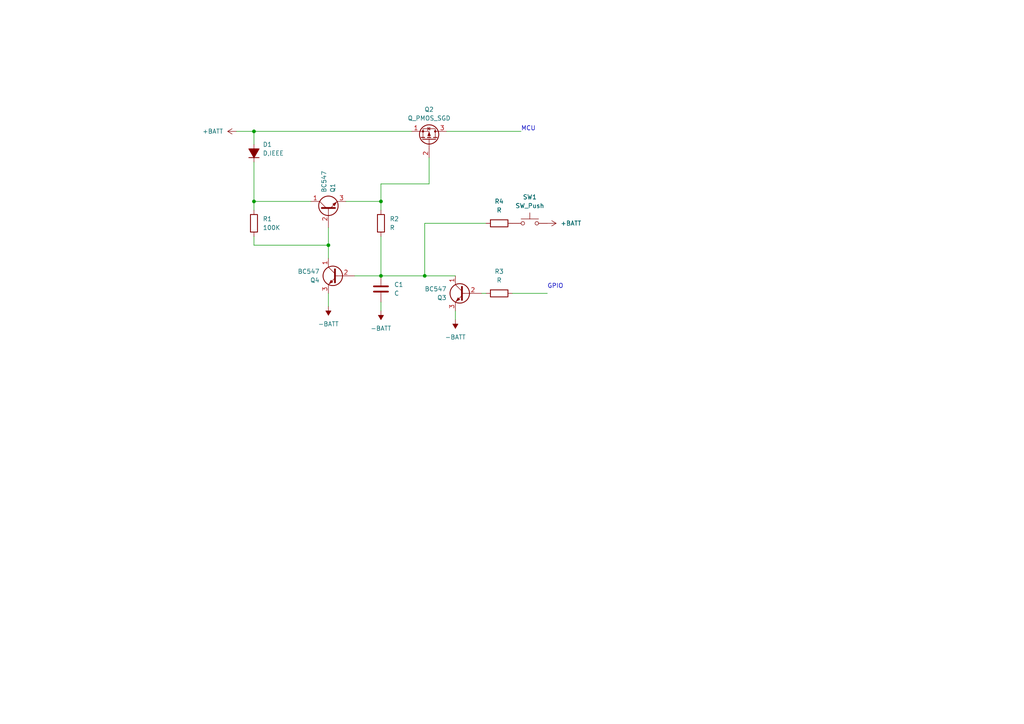
<source format=kicad_sch>
(kicad_sch (version 20230121) (generator eeschema)
  (paper "A4")
  (lib_symbols
    (symbol "Device:C" (pin_numbers hide) (pin_names (offset 0.254))
      (property "Reference" "C" (at 0.635 2.54 0))
      (property "Value" "C" (at 0.635 -2.54 0))
      (symbol "C_0_1"
        (polyline (pts (xy -2.032 -0.762) (xy 2.032 -0.762)) (stroke (width 0.508)))
        (polyline (pts (xy -2.032 0.762) (xy 2.032 0.762)) (stroke (width 0.508)))
      )
      (symbol "C_1_1"
        (pin passive line (at 0 3.81 270) (length 2.794) (name "~") (number "1"))
        (pin passive line (at 0 -3.81 90) (length 2.794) (name "~") (number "2"))
      )
    )
    (symbol "Device:Q_PMOS_SGD" (pin_names (offset 0) hide)
      (property "Reference" "Q" (at 5.08 1.27 0))
      (property "Value" "Q_PMOS_SGD" (at 5.08 -1.27 0))
      (symbol "Q_PMOS_SGD_0_1"
        (polyline (pts (xy 0.254 0) (xy -2.54 0)))
        (polyline (pts (xy 0.254 1.905) (xy 0.254 -1.905)) (stroke (width 0.254)))
        (polyline (pts (xy 0.762 -1.27) (xy 0.762 -2.286)) (stroke (width 0.254)))
        (polyline (pts (xy 0.762 0.508) (xy 0.762 -0.508)) (stroke (width 0.254)))
        (polyline (pts (xy 0.762 2.286) (xy 0.762 1.27)) (stroke (width 0.254)))
        (polyline (pts (xy 2.54 2.54) (xy 2.54 1.778)))
        (polyline (pts (xy 2.54 -2.54) (xy 2.54 0) (xy 0.762 0)))
        (polyline (pts (xy 0.762 1.778) (xy 3.302 1.778) (xy 3.302 -1.778) (xy 0.762 -1.778)))
        (polyline (pts (xy 2.286 0) (xy 1.27 0.381) (xy 1.27 -0.381) (xy 2.286 0)) (fill (type outline)))
        (polyline (pts (xy 2.794 -0.508) (xy 2.921 -0.381) (xy 3.683 -0.381) (xy 3.81 -0.254)))
        (polyline (pts (xy 3.302 -0.381) (xy 2.921 0.254) (xy 3.683 0.254) (xy 3.302 -0.381)))
        (circle (center 1.651 0) (radius 2.794) (stroke (width 0.254)))
        (circle (center 2.54 -1.778) (radius 0.254) (fill (type outline)))
        (circle (center 2.54 1.778) (radius 0.254) (fill (type outline)))
      )
      (symbol "Q_PMOS_SGD_1_1"
        (pin passive line (at 2.54 -5.08 90) (length 2.54) (name "S") (number "1"))
        (pin input line (at -5.08 0 0) (length 2.54) (name "G") (number "2"))
        (pin passive line (at 2.54 5.08 270) (length 2.54) (name "D") (number "3"))
      )
    )
    (symbol "Device:R" (pin_numbers hide) (pin_names (offset 0))
      (property "Reference" "R" (at 2.032 0 90))
      (property "Value" "R" (at 0 0 90))
      (symbol "R_0_1"
        (rectangle (start -1.016 -2.54) (end 1.016 2.54) (stroke (width 0.254)))
      )
      (symbol "R_1_1"
        (pin passive line (at 0 3.81 270) (length 1.27) (name "~") (number "1"))
        (pin passive line (at 0 -3.81 90) (length 1.27) (name "~") (number "2"))
      )
    )
    (symbol "PCM_Generic-50:D,IEEE" (pin_numbers hide) (pin_names (offset 0) hide)
      (property "Reference" "D" (at 1.905 1.27 0))
      (property "Value" "${SIM.PARAMS}" (at 1.905 -1.27 0))
      (property "Sim.Params" "D,IEEE" (at 1.905 -1.27 0))
      (symbol "D,IEEE_1_1"
        (polyline (pts (xy -1.4732 -1.27) (xy 1.4732 -1.27)) (stroke (width 0.254)))
        (polyline (pts (xy 0 -1.27) (xy 1.4732 1.27) (xy -1.4732 1.27) (xy 0 -1.27)) (stroke (width 0.254)) (fill (type outline)))
        (pin passive line (at 0 -2.54 90) (length 1.27) (name "K-") (number "1"))
        (pin passive line (at 0 2.54 270) (length 1.27) (name "A+") (number "2"))
      )
    )
    (symbol "Switch:SW_Push" (pin_numbers hide) (pin_names (offset 1.016) hide)
      (property "Reference" "SW" (at 1.27 2.54 0))
      (property "Value" "SW_Push" (at 0 -1.524 0))
      (symbol "SW_Push_0_1"
        (circle (center -2.032 0) (radius 0.508))
        (polyline (pts (xy 0 1.27) (xy 0 3.048)))
        (polyline (pts (xy 2.54 1.27) (xy -2.54 1.27)))
        (circle (center 2.032 0) (radius 0.508))
        (pin passive line (at -5.08 0 0) (length 2.54) (name "1") (number "1"))
        (pin passive line (at 5.08 0 180) (length 2.54) (name "2") (number "2"))
      )
    )
    (symbol "Transistor_BJT:BC547" (pin_names (offset 0) hide)
      (property "Reference" "Q" (at 5.08 1.905 0))
      (property "Value" "BC547" (at 5.08 0 0))
      (symbol "BC547_0_1"
        (polyline (pts (xy 0 0) (xy 0.635 0)))
        (polyline (pts (xy 0.635 0.635) (xy 2.54 2.54)))
        (polyline (pts (xy 0.635 -0.635) (xy 2.54 -2.54) (xy 2.54 -2.54)))
        (polyline (pts (xy 0.635 1.905) (xy 0.635 -1.905) (xy 0.635 -1.905)) (stroke (width 0.508)))
        (polyline (pts (xy 1.27 -1.778) (xy 1.778 -1.27) (xy 2.286 -2.286) (xy 1.27 -1.778) (xy 1.27 -1.778)) (fill (type outline)))
        (circle (center 1.27 0) (radius 2.8194) (stroke (width 0.254)))
      )
      (symbol "BC547_1_1"
        (pin passive line (at 2.54 5.08 270) (length 2.54) (name "C") (number "1"))
        (pin input line (at -5.08 0 0) (length 5.08) (name "B") (number "2"))
        (pin passive line (at 2.54 -5.08 90) (length 2.54) (name "E") (number "3"))
      )
    )
    (symbol "power:+BATT" (power) (pin_names (offset 0))
      (property "Value" "+BATT" (at 0 3.556 0))
      (symbol "+BATT_0_1"
        (polyline (pts (xy -0.762 1.27) (xy 0 2.54)))
        (polyline (pts (xy 0 0) (xy 0 2.54)))
        (polyline (pts (xy 0 2.54) (xy 0.762 1.27)))
      )
      (symbol "+BATT_1_1"
        (pin power_in line (at 0 0 90) (length 0) hide (name "+BATT") (number "1"))
      )
    )
    (symbol "power:-BATT" (power) (pin_names (offset 0))
      (property "Value" "-BATT" (at 0 3.556 0))
      (symbol "-BATT_0_1"
        (polyline (pts (xy 0 0) (xy 0 2.54)))
        (polyline (pts (xy 0.762 1.27) (xy -0.762 1.27) (xy 0 2.54) (xy 0.762 1.27)) (fill (type outline)))
      )
      (symbol "-BATT_1_1"
        (pin power_in line (at 0 0 90) (length 0) hide (name "-BATT") (number "1"))
      )
    )
  )
  (junction (at 110.49 58.42))
  (junction (at 73.66 58.42))
  (junction (at 73.66 38.1))
  (junction (at 123.19 80.01))
  (junction (at 110.49 80.01))
  (junction (at 95.25 71.12))
  (wire (pts (xy 110.49 53.34) (xy 124.46 53.34)))
  (wire (pts (xy 139.7 85.09) (xy 140.97 85.09)))
  (wire (pts (xy 123.19 80.01) (xy 132.08 80.01)))
  (wire (pts (xy 110.49 58.42) (xy 110.49 60.96)))
  (wire (pts (xy 73.66 58.42) (xy 73.66 60.96)))
  (wire (pts (xy 110.49 87.63) (xy 110.49 90.17)))
  (wire (pts (xy 102.87 80.01) (xy 110.49 80.01)))
  (wire (pts (xy 73.66 46.99) (xy 73.66 58.42)))
  (wire (pts (xy 100.33 58.42) (xy 110.49 58.42)))
  (wire (pts (xy 73.66 38.1) (xy 73.66 41.91)))
  (wire (pts (xy 123.19 64.77) (xy 123.19 80.01)))
  (wire (pts (xy 95.25 71.12) (xy 95.25 66.04)))
  (wire (pts (xy 110.49 80.01) (xy 123.19 80.01)))
  (wire (pts (xy 140.97 64.77) (xy 123.19 64.77)))
  (wire (pts (xy 68.58 38.1) (xy 73.66 38.1)))
  (wire (pts (xy 129.54 38.1) (xy 151.13 38.1)))
  (wire (pts (xy 73.66 71.12) (xy 95.25 71.12)))
  (wire (pts (xy 73.66 68.58) (xy 73.66 71.12)))
  (wire (pts (xy 124.46 45.72) (xy 124.46 53.34)))
  (wire (pts (xy 110.49 68.58) (xy 110.49 80.01)))
  (wire (pts (xy 148.59 85.09) (xy 158.75 85.09)))
  (wire (pts (xy 95.25 71.12) (xy 95.25 74.93)))
  (wire (pts (xy 110.49 53.34) (xy 110.49 58.42)))
  (wire (pts (xy 132.08 90.17) (xy 132.08 92.71)))
  (wire (pts (xy 73.66 58.42) (xy 90.17 58.42)))
  (wire (pts (xy 73.66 38.1) (xy 119.38 38.1)))
  (wire (pts (xy 95.25 85.09) (xy 95.25 88.9)))
  (text "MCU\n" (at 151.13 38.1 0) (effects (font (size 1.27 1.27)) (justify left bottom)))
  (text "GPIO" (at 158.75 83.82 0) (effects (font (size 1.27 1.27)) (justify left bottom)))
  (symbol (lib_id "Device:Q_PMOS_SGD") (at 124.46 40.64 270) (mirror x) (unit 1)
    (property "Reference" "Q2" (at 124.46 31.75 90))
    (property "Value" "Q_PMOS_SGD" (at 124.46 34.29 90))
  )
  (symbol (lib_id "Device:R") (at 73.66 64.77 0) (unit 1)
    (property "Reference" "R1" (at 76.2 63.5 0) (effects (justify left)))
    (property "Value" "100K" (at 76.2 66.04 0) (effects (justify left)))
  )
  (symbol (lib_id "Device:R") (at 144.78 85.09 90) (unit 1)
    (property "Reference" "R3" (at 144.78 78.74 90))
    (property "Value" "R" (at 144.78 81.28 90))
  )
  (symbol (lib_id "power:+BATT") (at 158.75 64.77 270) (unit 1)
    (property "Reference" "#PWR05" (effects hide))
    (property "Value" "+BATT" (at 162.56 64.77 90) (effects (justify left)))
  )
  (symbol (lib_id "Transistor_BJT:BC547") (at 95.25 60.96 90) (unit 1)
    (property "Reference" "Q1" (at 96.52 55.88 0) (effects (justify left)))
    (property "Value" "BC547" (at 93.98 55.88 0) (effects (justify left)))
    (property "Footprint" "Package_TO_SOT_THT:TO-92_Inline" (effects hide))
    (property "Datasheet" "https://www.onsemi.com/pub/Collateral/BC550-D.pdf" (effects hide))
  )
  (symbol (lib_id "Device:R") (at 110.49 64.77 0) (unit 1)
    (property "Reference" "R2" (at 113.03 63.5 0) (effects (justify left)))
    (property "Value" "R" (at 113.03 66.04 0) (effects (justify left)))
  )
  (symbol (lib_id "Switch:SW_Push") (at 153.67 64.77 0) (unit 1)
    (property "Reference" "SW1" (at 153.67 57.15 0))
    (property "Value" "SW_Push" (at 153.67 59.69 0))
  )
  (symbol (lib_id "power:-BATT") (at 95.25 88.9 180) (unit 1)
    (property "Reference" "#PWR06" (effects hide))
    (property "Value" "-BATT" (at 95.25 93.98 0))
  )
  (symbol (lib_id "Device:C") (at 110.49 83.82 0) (unit 1)
    (property "Reference" "C1" (at 114.3 82.55 0) (effects (justify left)))
    (property "Value" "C" (at 114.3 85.09 0) (effects (justify left)))
  )
  (symbol (lib_id "Transistor_BJT:BC547") (at 134.62 85.09 0) (mirror y) (unit 1)
    (property "Reference" "Q3" (at 129.54 86.36 0) (effects (justify left)))
    (property "Value" "BC547" (at 129.54 83.82 0) (effects (justify left)))
    (property "Footprint" "Package_TO_SOT_THT:TO-92_Inline" (effects hide))
    (property "Datasheet" "https://www.onsemi.com/pub/Collateral/BC550-D.pdf" (effects hide))
  )
  (symbol (lib_id "Transistor_BJT:BC547") (at 97.79 80.01 0) (mirror y) (unit 1)
    (property "Reference" "Q4" (at 92.71 81.28 0) (effects (justify left)))
    (property "Value" "BC547" (at 92.71 78.74 0) (effects (justify left)))
    (property "Footprint" "Package_TO_SOT_THT:TO-92_Inline" (effects hide))
    (property "Datasheet" "https://www.onsemi.com/pub/Collateral/BC550-D.pdf" (effects hide))
  )
  (symbol (lib_id "Device:R") (at 144.78 64.77 90) (unit 1)
    (property "Reference" "R4" (at 144.78 58.42 90))
    (property "Value" "R" (at 144.78 60.96 90))
  )
  (symbol (lib_id "power:-BATT") (at 132.08 92.71 180) (unit 1)
    (property "Reference" "#PWR04" (effects hide))
    (property "Value" "-BATT" (at 132.08 97.79 0))
  )
  (symbol (lib_id "power:-BATT") (at 110.49 90.17 180) (unit 1)
    (property "Reference" "#PWR03" (effects hide))
    (property "Value" "-BATT" (at 110.49 95.25 0))
  )
  (symbol (lib_id "power:+BATT") (at 68.58 38.1 90) (unit 1)
    (property "Reference" "#PWR02" (effects hide))
    (property "Value" "+BATT" (at 64.77 38.1 90) (effects (justify left)))
  )
  (symbol (lib_id "PCM_Generic-50:D,IEEE") (at 73.66 44.45 0) (unit 1)
    (property "Reference" "D1" (at 76.2 41.91 0) (effects (justify left)))
    (property "Value" "${SIM.PARAMS}" (at 76.2 44.45 0) (effects (justify left)))
    (property "Sim.Pins" "2=1 1=2" (effects hide))
    (property "Sim.Params" "D,IEEE" (effects hide))
    (property "Sim.Device" "SPICE" (effects hide))
  )
)
</source>
